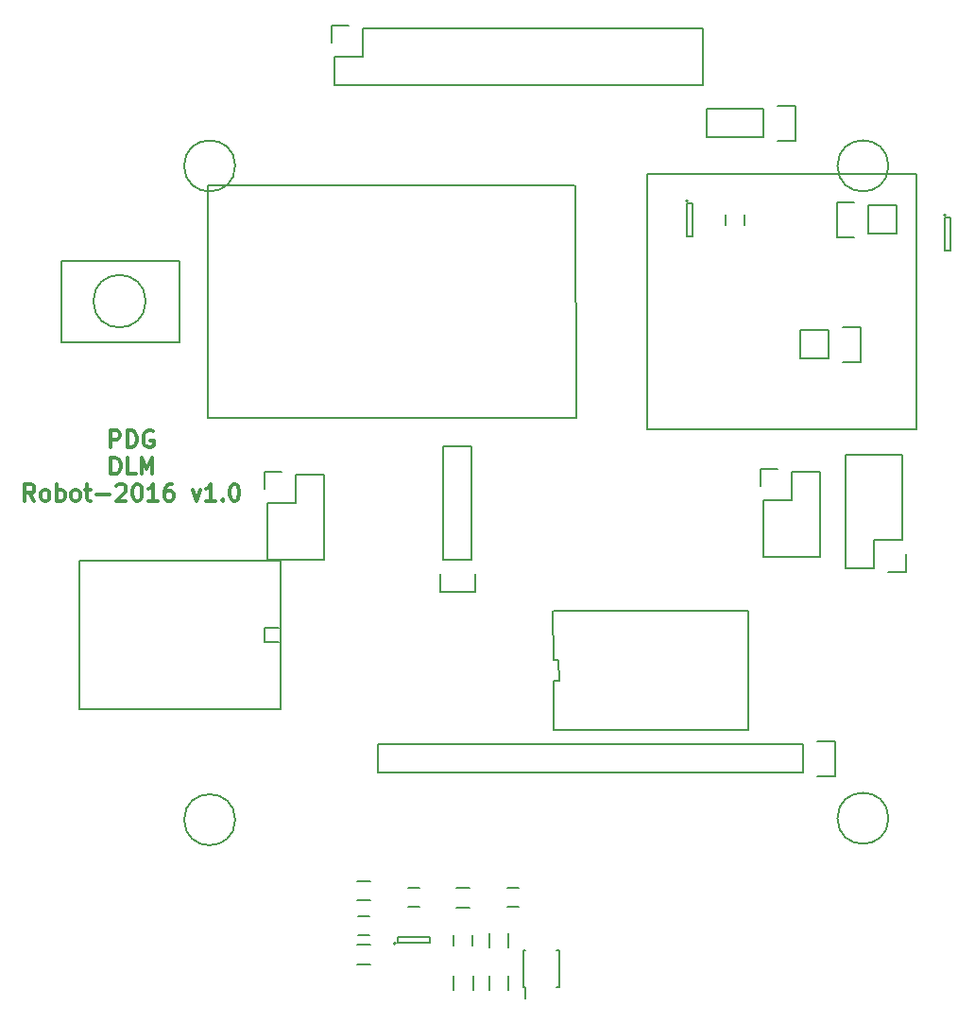
<source format=gto>
G04 #@! TF.FileFunction,Legend,Top*
%FSLAX46Y46*%
G04 Gerber Fmt 4.6, Leading zero omitted, Abs format (unit mm)*
G04 Created by KiCad (PCBNEW 4.0.1-stable) date Tuesday, April 05, 2016 'PMt' 08:52:22 PM*
%MOMM*%
G01*
G04 APERTURE LIST*
%ADD10C,0.100000*%
%ADD11C,0.300000*%
%ADD12C,0.150000*%
G04 APERTURE END LIST*
D10*
D11*
X129679143Y-91750571D02*
X129679143Y-90250571D01*
X130250571Y-90250571D01*
X130393429Y-90322000D01*
X130464857Y-90393429D01*
X130536286Y-90536286D01*
X130536286Y-90750571D01*
X130464857Y-90893429D01*
X130393429Y-90964857D01*
X130250571Y-91036286D01*
X129679143Y-91036286D01*
X131179143Y-91750571D02*
X131179143Y-90250571D01*
X131536286Y-90250571D01*
X131750571Y-90322000D01*
X131893429Y-90464857D01*
X131964857Y-90607714D01*
X132036286Y-90893429D01*
X132036286Y-91107714D01*
X131964857Y-91393429D01*
X131893429Y-91536286D01*
X131750571Y-91679143D01*
X131536286Y-91750571D01*
X131179143Y-91750571D01*
X133464857Y-90322000D02*
X133322000Y-90250571D01*
X133107714Y-90250571D01*
X132893429Y-90322000D01*
X132750571Y-90464857D01*
X132679143Y-90607714D01*
X132607714Y-90893429D01*
X132607714Y-91107714D01*
X132679143Y-91393429D01*
X132750571Y-91536286D01*
X132893429Y-91679143D01*
X133107714Y-91750571D01*
X133250571Y-91750571D01*
X133464857Y-91679143D01*
X133536286Y-91607714D01*
X133536286Y-91107714D01*
X133250571Y-91107714D01*
X129714857Y-94150571D02*
X129714857Y-92650571D01*
X130072000Y-92650571D01*
X130286285Y-92722000D01*
X130429143Y-92864857D01*
X130500571Y-93007714D01*
X130572000Y-93293429D01*
X130572000Y-93507714D01*
X130500571Y-93793429D01*
X130429143Y-93936286D01*
X130286285Y-94079143D01*
X130072000Y-94150571D01*
X129714857Y-94150571D01*
X131929143Y-94150571D02*
X131214857Y-94150571D01*
X131214857Y-92650571D01*
X132429143Y-94150571D02*
X132429143Y-92650571D01*
X132929143Y-93722000D01*
X133429143Y-92650571D01*
X133429143Y-94150571D01*
X122857716Y-96550571D02*
X122357716Y-95836286D01*
X122000573Y-96550571D02*
X122000573Y-95050571D01*
X122572001Y-95050571D01*
X122714859Y-95122000D01*
X122786287Y-95193429D01*
X122857716Y-95336286D01*
X122857716Y-95550571D01*
X122786287Y-95693429D01*
X122714859Y-95764857D01*
X122572001Y-95836286D01*
X122000573Y-95836286D01*
X123714859Y-96550571D02*
X123572001Y-96479143D01*
X123500573Y-96407714D01*
X123429144Y-96264857D01*
X123429144Y-95836286D01*
X123500573Y-95693429D01*
X123572001Y-95622000D01*
X123714859Y-95550571D01*
X123929144Y-95550571D01*
X124072001Y-95622000D01*
X124143430Y-95693429D01*
X124214859Y-95836286D01*
X124214859Y-96264857D01*
X124143430Y-96407714D01*
X124072001Y-96479143D01*
X123929144Y-96550571D01*
X123714859Y-96550571D01*
X124857716Y-96550571D02*
X124857716Y-95050571D01*
X124857716Y-95622000D02*
X125000573Y-95550571D01*
X125286287Y-95550571D01*
X125429144Y-95622000D01*
X125500573Y-95693429D01*
X125572002Y-95836286D01*
X125572002Y-96264857D01*
X125500573Y-96407714D01*
X125429144Y-96479143D01*
X125286287Y-96550571D01*
X125000573Y-96550571D01*
X124857716Y-96479143D01*
X126429145Y-96550571D02*
X126286287Y-96479143D01*
X126214859Y-96407714D01*
X126143430Y-96264857D01*
X126143430Y-95836286D01*
X126214859Y-95693429D01*
X126286287Y-95622000D01*
X126429145Y-95550571D01*
X126643430Y-95550571D01*
X126786287Y-95622000D01*
X126857716Y-95693429D01*
X126929145Y-95836286D01*
X126929145Y-96264857D01*
X126857716Y-96407714D01*
X126786287Y-96479143D01*
X126643430Y-96550571D01*
X126429145Y-96550571D01*
X127357716Y-95550571D02*
X127929145Y-95550571D01*
X127572002Y-95050571D02*
X127572002Y-96336286D01*
X127643430Y-96479143D01*
X127786288Y-96550571D01*
X127929145Y-96550571D01*
X128429145Y-95979143D02*
X129572002Y-95979143D01*
X130214859Y-95193429D02*
X130286288Y-95122000D01*
X130429145Y-95050571D01*
X130786288Y-95050571D01*
X130929145Y-95122000D01*
X131000574Y-95193429D01*
X131072002Y-95336286D01*
X131072002Y-95479143D01*
X131000574Y-95693429D01*
X130143431Y-96550571D01*
X131072002Y-96550571D01*
X132000573Y-95050571D02*
X132143430Y-95050571D01*
X132286287Y-95122000D01*
X132357716Y-95193429D01*
X132429145Y-95336286D01*
X132500573Y-95622000D01*
X132500573Y-95979143D01*
X132429145Y-96264857D01*
X132357716Y-96407714D01*
X132286287Y-96479143D01*
X132143430Y-96550571D01*
X132000573Y-96550571D01*
X131857716Y-96479143D01*
X131786287Y-96407714D01*
X131714859Y-96264857D01*
X131643430Y-95979143D01*
X131643430Y-95622000D01*
X131714859Y-95336286D01*
X131786287Y-95193429D01*
X131857716Y-95122000D01*
X132000573Y-95050571D01*
X133929144Y-96550571D02*
X133072001Y-96550571D01*
X133500573Y-96550571D02*
X133500573Y-95050571D01*
X133357716Y-95264857D01*
X133214858Y-95407714D01*
X133072001Y-95479143D01*
X135214858Y-95050571D02*
X134929144Y-95050571D01*
X134786287Y-95122000D01*
X134714858Y-95193429D01*
X134572001Y-95407714D01*
X134500572Y-95693429D01*
X134500572Y-96264857D01*
X134572001Y-96407714D01*
X134643429Y-96479143D01*
X134786287Y-96550571D01*
X135072001Y-96550571D01*
X135214858Y-96479143D01*
X135286287Y-96407714D01*
X135357715Y-96264857D01*
X135357715Y-95907714D01*
X135286287Y-95764857D01*
X135214858Y-95693429D01*
X135072001Y-95622000D01*
X134786287Y-95622000D01*
X134643429Y-95693429D01*
X134572001Y-95764857D01*
X134500572Y-95907714D01*
X137000572Y-95550571D02*
X137357715Y-96550571D01*
X137714857Y-95550571D01*
X139072000Y-96550571D02*
X138214857Y-96550571D01*
X138643429Y-96550571D02*
X138643429Y-95050571D01*
X138500572Y-95264857D01*
X138357714Y-95407714D01*
X138214857Y-95479143D01*
X139714857Y-96407714D02*
X139786285Y-96479143D01*
X139714857Y-96550571D01*
X139643428Y-96479143D01*
X139714857Y-96407714D01*
X139714857Y-96550571D01*
X140714857Y-95050571D02*
X140857714Y-95050571D01*
X141000571Y-95122000D01*
X141072000Y-95193429D01*
X141143429Y-95336286D01*
X141214857Y-95622000D01*
X141214857Y-95979143D01*
X141143429Y-96264857D01*
X141072000Y-96407714D01*
X141000571Y-96479143D01*
X140857714Y-96550571D01*
X140714857Y-96550571D01*
X140572000Y-96479143D01*
X140500571Y-96407714D01*
X140429143Y-96264857D01*
X140357714Y-95979143D01*
X140357714Y-95622000D01*
X140429143Y-95336286D01*
X140500571Y-95193429D01*
X140572000Y-95122000D01*
X140714857Y-95050571D01*
D12*
X140843000Y-66548000D02*
G75*
G03X140843000Y-66548000I-2286000J0D01*
G01*
X199390000Y-124968000D02*
G75*
G03X199390000Y-124968000I-2286000J0D01*
G01*
X140843000Y-125095000D02*
G75*
G03X140843000Y-125095000I-2286000J0D01*
G01*
X201930000Y-90170000D02*
X177800000Y-90170000D01*
X201930000Y-67310000D02*
X177800000Y-67310000D01*
X177800000Y-67310000D02*
X177800000Y-90170000D01*
X201930000Y-67310000D02*
X201930000Y-90170000D01*
X197612000Y-70104000D02*
X200152000Y-70104000D01*
X194792000Y-69824000D02*
X196342000Y-69824000D01*
X197612000Y-70104000D02*
X197612000Y-72644000D01*
X196342000Y-72924000D02*
X194792000Y-72924000D01*
X194792000Y-72924000D02*
X194792000Y-69824000D01*
X197612000Y-72644000D02*
X200152000Y-72644000D01*
X200152000Y-72644000D02*
X200152000Y-70104000D01*
X151900000Y-135470000D02*
X152900000Y-135470000D01*
X152900000Y-133770000D02*
X151900000Y-133770000D01*
X160440000Y-135390000D02*
X160440000Y-136390000D01*
X162140000Y-136390000D02*
X162140000Y-135390000D01*
X157345000Y-131230000D02*
X156345000Y-131230000D01*
X156345000Y-132930000D02*
X157345000Y-132930000D01*
X166235000Y-131230000D02*
X165235000Y-131230000D01*
X165235000Y-132930000D02*
X166235000Y-132930000D01*
X186524000Y-71874000D02*
X186524000Y-70874000D01*
X184824000Y-70874000D02*
X184824000Y-71874000D01*
X163590000Y-136490000D02*
X163590000Y-135290000D01*
X165340000Y-135290000D02*
X165340000Y-136490000D01*
X151800000Y-130570000D02*
X153000000Y-130570000D01*
X153000000Y-132320000D02*
X151800000Y-132320000D01*
X151800000Y-136285000D02*
X153000000Y-136285000D01*
X153000000Y-138035000D02*
X151800000Y-138035000D01*
X165340000Y-139100000D02*
X165340000Y-140300000D01*
X163590000Y-140300000D02*
X163590000Y-139100000D01*
X160415000Y-140300000D02*
X160415000Y-139100000D01*
X162165000Y-139100000D02*
X162165000Y-140300000D01*
X160690000Y-131205000D02*
X161890000Y-131205000D01*
X161890000Y-132955000D02*
X160690000Y-132955000D01*
X200660000Y-100076000D02*
X200660000Y-92456000D01*
X200660000Y-92456000D02*
X195580000Y-92456000D01*
X195580000Y-92456000D02*
X195580000Y-102616000D01*
X195580000Y-102616000D02*
X198120000Y-102616000D01*
X199390000Y-102896000D02*
X200940000Y-102896000D01*
X198120000Y-102616000D02*
X198120000Y-100076000D01*
X198120000Y-100076000D02*
X200660000Y-100076000D01*
X200940000Y-102896000D02*
X200940000Y-101346000D01*
X162332000Y-103124000D02*
X162332000Y-104674000D01*
X162332000Y-104674000D02*
X159232000Y-104674000D01*
X159232000Y-104674000D02*
X159232000Y-103124000D01*
X159512000Y-101854000D02*
X159512000Y-91694000D01*
X159512000Y-91694000D02*
X162052000Y-91694000D01*
X162052000Y-91694000D02*
X162052000Y-101854000D01*
X159512000Y-101854000D02*
X162052000Y-101854000D01*
X155245000Y-136190000D02*
G75*
G03X155245000Y-136190000I-100000J0D01*
G01*
X155395000Y-135640000D02*
X155395000Y-136140000D01*
X158295000Y-135640000D02*
X155395000Y-135640000D01*
X158295000Y-136140000D02*
X158295000Y-135640000D01*
X155395000Y-136140000D02*
X158295000Y-136140000D01*
X166650000Y-140055000D02*
X166875000Y-140055000D01*
X166650000Y-136805000D02*
X166875000Y-136805000D01*
X169900000Y-136805000D02*
X169675000Y-136805000D01*
X169900000Y-140055000D02*
X169675000Y-140055000D01*
X166650000Y-140055000D02*
X166650000Y-136805000D01*
X169900000Y-140055000D02*
X169900000Y-136805000D01*
X166875000Y-140055000D02*
X166875000Y-141130000D01*
X204524000Y-70944000D02*
G75*
G03X204524000Y-70944000I-100000J0D01*
G01*
X204974000Y-71194000D02*
X204474000Y-71194000D01*
X204974000Y-74094000D02*
X204974000Y-71194000D01*
X204474000Y-74094000D02*
X204974000Y-74094000D01*
X204474000Y-71194000D02*
X204474000Y-74094000D01*
X181410000Y-69674000D02*
G75*
G03X181410000Y-69674000I-100000J0D01*
G01*
X181860000Y-69924000D02*
X181360000Y-69924000D01*
X181860000Y-72824000D02*
X181860000Y-69924000D01*
X181360000Y-72824000D02*
X181860000Y-72824000D01*
X181360000Y-69924000D02*
X181360000Y-72824000D01*
X191770000Y-118364000D02*
X153670000Y-118364000D01*
X153670000Y-118364000D02*
X153670000Y-120904000D01*
X153670000Y-120904000D02*
X191770000Y-120904000D01*
X194590000Y-121184000D02*
X193040000Y-121184000D01*
X191770000Y-120904000D02*
X191770000Y-118364000D01*
X193040000Y-118084000D02*
X194590000Y-118084000D01*
X194590000Y-118084000D02*
X194590000Y-121184000D01*
X143764000Y-96774000D02*
X143764000Y-101854000D01*
X143484000Y-93954000D02*
X145034000Y-93954000D01*
X146304000Y-94234000D02*
X146304000Y-96774000D01*
X146304000Y-96774000D02*
X143764000Y-96774000D01*
X143764000Y-101854000D02*
X148844000Y-101854000D01*
X148844000Y-101854000D02*
X148844000Y-96774000D01*
X143484000Y-93954000D02*
X143484000Y-95504000D01*
X148844000Y-94234000D02*
X146304000Y-94234000D01*
X148844000Y-96774000D02*
X148844000Y-94234000D01*
X188214000Y-96520000D02*
X188214000Y-101600000D01*
X187934000Y-93700000D02*
X189484000Y-93700000D01*
X190754000Y-93980000D02*
X190754000Y-96520000D01*
X190754000Y-96520000D02*
X188214000Y-96520000D01*
X188214000Y-101600000D02*
X193294000Y-101600000D01*
X193294000Y-101600000D02*
X193294000Y-96520000D01*
X187934000Y-93700000D02*
X187934000Y-95250000D01*
X193294000Y-93980000D02*
X190754000Y-93980000D01*
X193294000Y-96520000D02*
X193294000Y-93980000D01*
X188214000Y-61468000D02*
X183134000Y-61468000D01*
X183134000Y-61468000D02*
X183134000Y-64008000D01*
X183134000Y-64008000D02*
X188214000Y-64008000D01*
X191034000Y-64288000D02*
X189484000Y-64288000D01*
X188214000Y-64008000D02*
X188214000Y-61468000D01*
X189484000Y-61188000D02*
X191034000Y-61188000D01*
X191034000Y-61188000D02*
X191034000Y-64288000D01*
X171323000Y-68326000D02*
X171450000Y-89154000D01*
X138430000Y-89154000D02*
X139192000Y-89154000D01*
X138430000Y-88773000D02*
X138430000Y-89154000D01*
X138430000Y-68326000D02*
X138684000Y-68326000D01*
X138430000Y-68580000D02*
X138430000Y-68326000D01*
X138430000Y-68326000D02*
X138430000Y-68580000D01*
X138430000Y-68580000D02*
X138430000Y-88900000D01*
X138727000Y-89155399D02*
X171407000Y-89155400D01*
X171280000Y-68324601D02*
X138600000Y-68324600D01*
X194056000Y-83820000D02*
X191516000Y-83820000D01*
X196876000Y-84100000D02*
X195326000Y-84100000D01*
X194056000Y-83820000D02*
X194056000Y-81280000D01*
X195326000Y-81000000D02*
X196876000Y-81000000D01*
X196876000Y-81000000D02*
X196876000Y-84100000D01*
X194056000Y-81280000D02*
X191516000Y-81280000D01*
X191516000Y-81280000D02*
X191516000Y-83820000D01*
X186842400Y-106426000D02*
X186842400Y-117043200D01*
X169341800Y-106426000D02*
X169367200Y-110794800D01*
X169875200Y-112649000D02*
X169849800Y-110820200D01*
X169384800Y-117044599D02*
X186824800Y-117044600D01*
X186824800Y-106424601D02*
X169384800Y-106424600D01*
X169384800Y-110811267D02*
X169834800Y-110811267D01*
X169834800Y-112657933D02*
X169384800Y-112657933D01*
X169384800Y-112657933D02*
X169384800Y-117044599D01*
X144780000Y-109220000D02*
X143510000Y-109220000D01*
X143510000Y-109220000D02*
X143510000Y-107950000D01*
X143510000Y-107950000D02*
X144780000Y-107950000D01*
X144900000Y-115235000D02*
X144900000Y-101935000D01*
X144900000Y-101935000D02*
X126880000Y-101935000D01*
X126880000Y-101935000D02*
X126880000Y-115235000D01*
X126880000Y-115235000D02*
X144900000Y-115235000D01*
X149733000Y-59309000D02*
X182753000Y-59309000D01*
X152273000Y-54229000D02*
X182753000Y-54229000D01*
X182753000Y-59309000D02*
X182753000Y-54229000D01*
X149733000Y-59309000D02*
X149733000Y-56769000D01*
X151003000Y-53949000D02*
X149453000Y-53949000D01*
X149733000Y-56769000D02*
X152273000Y-56769000D01*
X152273000Y-56769000D02*
X152273000Y-54229000D01*
X149453000Y-53949000D02*
X149453000Y-55499000D01*
X132827205Y-78663800D02*
G75*
G03X132827205Y-78663800I-2347405J0D01*
G01*
X125246000Y-75100000D02*
X125246000Y-82379999D01*
X125246000Y-82379999D02*
X135866000Y-82380000D01*
X135866000Y-82380000D02*
X135866000Y-75100001D01*
X135866000Y-75100001D02*
X132326000Y-75100000D01*
X132300600Y-75092800D02*
X128760601Y-75092800D01*
X128786001Y-75100000D02*
X125246000Y-75100000D01*
X199390000Y-66548000D02*
G75*
G03X199390000Y-66548000I-2286000J0D01*
G01*
M02*

</source>
